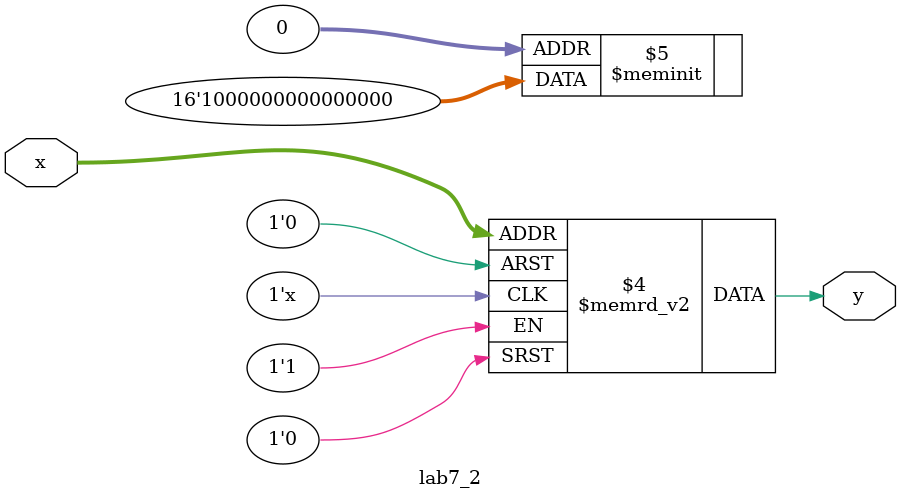
<source format=v>
module lab7_2
(
	input [3:0] x,
	output reg y
);

	always @* 
	begin
		case(x)
			 'b0000: y<= 0;
			 'b0001: y<= 0;
			 'b0010: y<= 0;
			 'b0011: y<= 0;
 			 'b0100: y<= 0;
			 'b0101: y<= 0;
			 'b0110: y<= 0;
			 'b0111: y<= 0;
			 'b1000: y<= 0;
			 'b1001: y<= 0;
			 'b1010: y<= 0;
			 'b1011: y<= 0;
 			 'b1100: y<= 0;
			 'b1101: y<= 0;
			 'b1110: y<= 0;
			 'b1111: y<= 1;
		endcase
	end

endmodule

</source>
